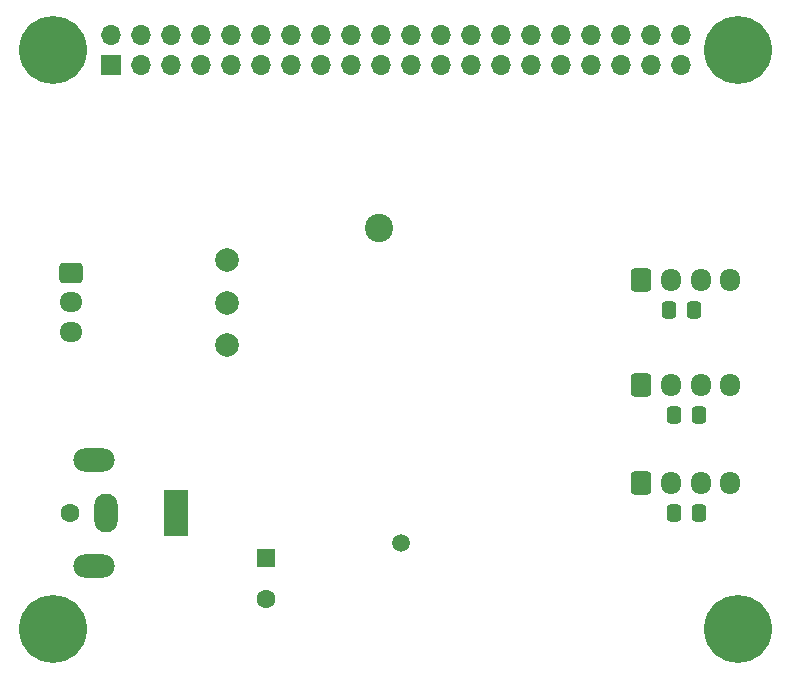
<source format=gbs>
G04 #@! TF.GenerationSoftware,KiCad,Pcbnew,(5.99.0-11324-gb6e8beb38c)*
G04 #@! TF.CreationDate,2021-07-19T22:25:18+09:00*
G04 #@! TF.ProjectId,RPi_IO-Link_Hat,5250695f-494f-42d4-9c69-6e6b5f486174,rev?*
G04 #@! TF.SameCoordinates,Original*
G04 #@! TF.FileFunction,Soldermask,Bot*
G04 #@! TF.FilePolarity,Negative*
%FSLAX46Y46*%
G04 Gerber Fmt 4.6, Leading zero omitted, Abs format (unit mm)*
G04 Created by KiCad (PCBNEW (5.99.0-11324-gb6e8beb38c)) date 2021-07-19 22:25:18*
%MOMM*%
%LPD*%
G01*
G04 APERTURE LIST*
G04 Aperture macros list*
%AMRoundRect*
0 Rectangle with rounded corners*
0 $1 Rounding radius*
0 $2 $3 $4 $5 $6 $7 $8 $9 X,Y pos of 4 corners*
0 Add a 4 corners polygon primitive as box body*
4,1,4,$2,$3,$4,$5,$6,$7,$8,$9,$2,$3,0*
0 Add four circle primitives for the rounded corners*
1,1,$1+$1,$2,$3*
1,1,$1+$1,$4,$5*
1,1,$1+$1,$6,$7*
1,1,$1+$1,$8,$9*
0 Add four rect primitives between the rounded corners*
20,1,$1+$1,$2,$3,$4,$5,0*
20,1,$1+$1,$4,$5,$6,$7,0*
20,1,$1+$1,$6,$7,$8,$9,0*
20,1,$1+$1,$8,$9,$2,$3,0*%
G04 Aperture macros list end*
%ADD10C,2.000000*%
%ADD11R,1.600000X1.600000*%
%ADD12C,1.600000*%
%ADD13R,2.000000X4.000000*%
%ADD14O,2.000000X3.300000*%
%ADD15O,3.500000X2.000000*%
%ADD16RoundRect,0.250000X-0.725000X0.600000X-0.725000X-0.600000X0.725000X-0.600000X0.725000X0.600000X0*%
%ADD17O,1.950000X1.700000*%
%ADD18RoundRect,0.250000X-0.600000X-0.725000X0.600000X-0.725000X0.600000X0.725000X-0.600000X0.725000X0*%
%ADD19O,1.700000X1.950000*%
%ADD20C,1.500000*%
%ADD21C,2.400000*%
%ADD22C,5.750000*%
%ADD23RoundRect,0.250000X0.337500X0.475000X-0.337500X0.475000X-0.337500X-0.475000X0.337500X-0.475000X0*%
%ADD24R,1.700000X1.700000*%
%ADD25O,1.700000X1.700000*%
G04 APERTURE END LIST*
D10*
G04 #@! TO.C,TP3*
X36000000Y-62000000D03*
G04 #@! TD*
G04 #@! TO.C,TP2*
X36000000Y-58400000D03*
G04 #@! TD*
G04 #@! TO.C,TP1*
X36000000Y-54800000D03*
G04 #@! TD*
D11*
G04 #@! TO.C,C7*
X39370000Y-80010000D03*
D12*
X39370000Y-83510000D03*
G04 #@! TD*
G04 #@! TO.C,J1*
X22750000Y-76200000D03*
D13*
X31750000Y-76200000D03*
D14*
X25750000Y-76200000D03*
D15*
X24750000Y-71700000D03*
X24750000Y-80700000D03*
G04 #@! TD*
D16*
G04 #@! TO.C,J3*
X22860000Y-55880000D03*
D17*
X22860000Y-58380000D03*
X22860000Y-60880000D03*
G04 #@! TD*
D18*
G04 #@! TO.C,J4*
X71120000Y-56515000D03*
D19*
X73620000Y-56515000D03*
X76120000Y-56515000D03*
X78620000Y-56515000D03*
G04 #@! TD*
D18*
G04 #@! TO.C,J5*
X71120000Y-65405000D03*
D19*
X73620000Y-65405000D03*
X76120000Y-65405000D03*
X78620000Y-65405000D03*
G04 #@! TD*
D18*
G04 #@! TO.C,J6*
X71120000Y-73660000D03*
D19*
X73620000Y-73660000D03*
X76120000Y-73660000D03*
X78620000Y-73660000D03*
G04 #@! TD*
D20*
G04 #@! TO.C,U1*
X50800000Y-78740000D03*
G04 #@! TD*
D21*
G04 #@! TO.C,U2*
X48895000Y-52070000D03*
G04 #@! TD*
D22*
G04 #@! TO.C,*
X21280000Y-86020000D03*
G04 #@! TD*
G04 #@! TO.C,*
X79280000Y-37020000D03*
G04 #@! TD*
G04 #@! TO.C,*
X79280000Y-86020000D03*
G04 #@! TD*
G04 #@! TO.C,*
X21280000Y-37020000D03*
G04 #@! TD*
D23*
G04 #@! TO.C,C8*
X75565000Y-59055000D03*
X73490000Y-59055000D03*
G04 #@! TD*
G04 #@! TO.C,C9*
X75967500Y-67945000D03*
X73892500Y-67945000D03*
G04 #@! TD*
G04 #@! TO.C,C10*
X75967500Y-76200000D03*
X73892500Y-76200000D03*
G04 #@! TD*
D24*
G04 #@! TO.C,J2*
X26200000Y-38250000D03*
D25*
X26200000Y-35710000D03*
X28740000Y-38250000D03*
X28740000Y-35710000D03*
X31280000Y-38250000D03*
X31280000Y-35710000D03*
X33820000Y-38250000D03*
X33820000Y-35710000D03*
X36360000Y-38250000D03*
X36360000Y-35710000D03*
X38900000Y-38250000D03*
X38900000Y-35710000D03*
X41440000Y-38250000D03*
X41440000Y-35710000D03*
X43980000Y-38250000D03*
X43980000Y-35710000D03*
X46520000Y-38250000D03*
X46520000Y-35710000D03*
X49060000Y-38250000D03*
X49060000Y-35710000D03*
X51600000Y-38250000D03*
X51600000Y-35710000D03*
X54140000Y-38250000D03*
X54140000Y-35710000D03*
X56680000Y-38250000D03*
X56680000Y-35710000D03*
X59220000Y-38250000D03*
X59220000Y-35710000D03*
X61760000Y-38250000D03*
X61760000Y-35710000D03*
X64300000Y-38250000D03*
X64300000Y-35710000D03*
X66840000Y-38250000D03*
X66840000Y-35710000D03*
X69380000Y-38250000D03*
X69380000Y-35710000D03*
X71920000Y-38250000D03*
X71920000Y-35710000D03*
X74460000Y-38250000D03*
X74460000Y-35710000D03*
G04 #@! TD*
M02*

</source>
